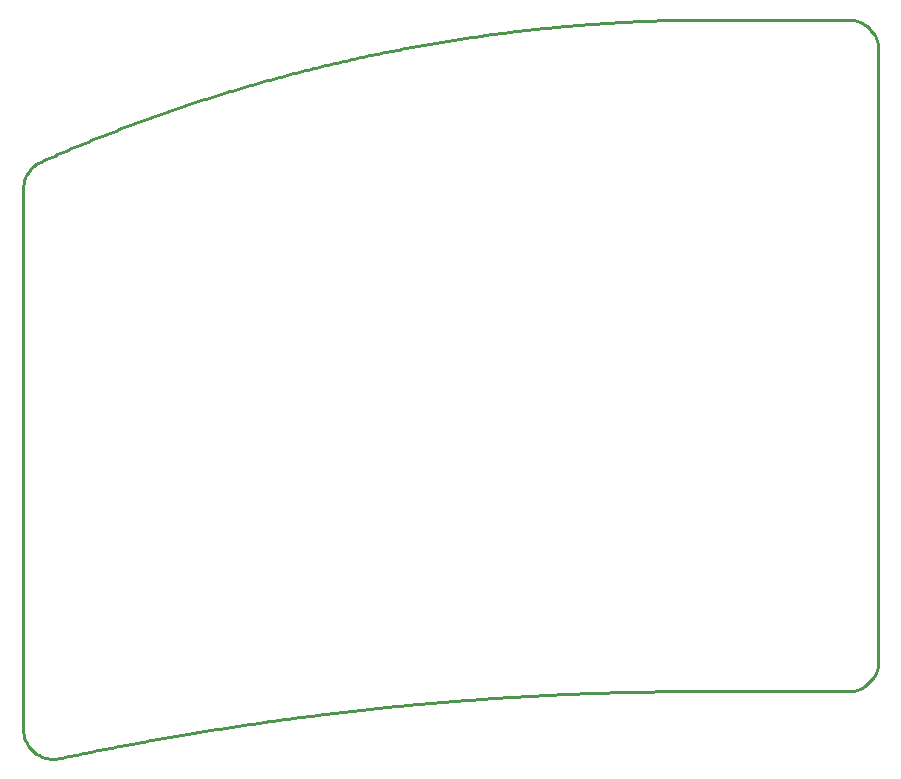
<source format=gko>
G04*
G04 #@! TF.GenerationSoftware,Altium Limited,Altium Designer,22.4.2 (48)*
G04*
G04 Layer_Color=16711935*
%FSLAX25Y25*%
%MOIN*%
G70*
G04*
G04 #@! TF.SameCoordinates,FFA694D2-1829-43A5-BD7A-47FC6BC8C01B*
G04*
G04*
G04 #@! TF.FilePolarity,Positive*
G04*
G01*
G75*
%ADD12C,0.01000*%
D12*
X-137135Y69635D02*
X-137994Y69204D01*
X-138808Y68693D01*
X-139569Y68106D01*
X-140270Y67448D01*
X-140905Y66726D01*
X-141467Y65947D01*
X-141952Y65117D01*
X-142355Y64244D01*
X-142673Y63337D01*
X-142902Y62403D01*
X-143040Y61452D01*
X-143086Y60492D01*
Y-119490D02*
X-143037Y-120476D01*
X-142891Y-121454D01*
X-142650Y-122412D01*
X-142315Y-123341D01*
X-141890Y-124233D01*
X-141379Y-125078D01*
X-140787Y-125870D01*
X-140120Y-126598D01*
X-139384Y-127258D01*
X-138586Y-127841D01*
X-137735Y-128343D01*
X-136839Y-128759D01*
X-135906Y-129084D01*
X-134946Y-129315D01*
X-133967Y-129451D01*
X-132980Y-129489D01*
X-131993Y-129430D01*
X-131018Y-129273D01*
X82990Y-106900D02*
X81993Y-106901D01*
X80994Y-106902D01*
X79997Y-106904D01*
X78999Y-106908D01*
X78001Y-106912D01*
X77003Y-106917D01*
X76005Y-106924D01*
X75007Y-106931D01*
X74009Y-106939D01*
X73011Y-106948D01*
X72013Y-106958D01*
X71015Y-106969D01*
X70017Y-106981D01*
X69020Y-106994D01*
X68022Y-107008D01*
X67024Y-107023D01*
X66026Y-107039D01*
X65028Y-107056D01*
X64031Y-107074D01*
X63033Y-107092D01*
X62035Y-107112D01*
X61037Y-107133D01*
X60040Y-107155D01*
X59042Y-107177D01*
X58044Y-107201D01*
X57047Y-107225D01*
X56049Y-107251D01*
X55051Y-107277D01*
X54054Y-107305D01*
X53056Y-107333D01*
X52059Y-107362D01*
X51061Y-107393D01*
X50064Y-107424D01*
X49066Y-107456D01*
X48069Y-107490D01*
X47072Y-107524D01*
X46074Y-107559D01*
X45077Y-107595D01*
X44080Y-107632D01*
X43083Y-107670D01*
X42085Y-107709D01*
X41088Y-107749D01*
X40091Y-107790D01*
X39094Y-107832D01*
X38097Y-107874D01*
X37100Y-107918D01*
X36103Y-107963D01*
X35106Y-108009D01*
X34109Y-108055D01*
X33113Y-108103D01*
X32116Y-108151D01*
X31119Y-108201D01*
X30123Y-108252D01*
X29126Y-108303D01*
X28129Y-108355D01*
X27133Y-108409D01*
X26136Y-108463D01*
X25140Y-108519D01*
X24144Y-108575D01*
X23147Y-108632D01*
X22151Y-108690D01*
X21155Y-108749D01*
X20159Y-108809D01*
X19163Y-108870D01*
X18167Y-108933D01*
X17171Y-108996D01*
X16175Y-109060D01*
X15179Y-109125D01*
X14183Y-109190D01*
X13187Y-109257D01*
X12192Y-109325D01*
X11196Y-109394D01*
X10201Y-109464D01*
X9205Y-109534D01*
X8210Y-109606D01*
X7215Y-109678D01*
X6219Y-109752D01*
X5224Y-109827D01*
X4229Y-109902D01*
X3234Y-109978D01*
X2239Y-110056D01*
X1244Y-110134D01*
X250Y-110213D01*
X-745Y-110294D01*
X-1740Y-110375D01*
X-2734Y-110457D01*
X-3729Y-110540D01*
X-4723Y-110625D01*
X-5717Y-110710D01*
X-6712Y-110796D01*
X-7706Y-110883D01*
X-8700Y-110970D01*
X-9694Y-111059D01*
X-10688Y-111149D01*
X-11682Y-111240D01*
X-12675Y-111332D01*
X-13669Y-111425D01*
X-14662Y-111518D01*
X-15656Y-111613D01*
X-16649Y-111709D01*
X-17642Y-111805D01*
X-18636Y-111903D01*
X-19629Y-112001D01*
X-20622Y-112101D01*
X-21615Y-112201D01*
X-22607Y-112302D01*
X-23600Y-112405D01*
X-24593Y-112508D01*
X-25585Y-112612D01*
X-26577Y-112717D01*
X-27570Y-112824D01*
X-28562Y-112931D01*
X-29554Y-113039D01*
X-30546Y-113148D01*
X-31538Y-113258D01*
X-32530Y-113369D01*
X-33521Y-113481D01*
X-34513Y-113594D01*
X-35504Y-113707D01*
X-36496Y-113822D01*
X-37487Y-113938D01*
X-38478Y-114055D01*
X-39469Y-114172D01*
X-40460Y-114291D01*
X-41451Y-114410D01*
X-42441Y-114531D01*
X-43432Y-114652D01*
X-44422Y-114775D01*
X-45412Y-114898D01*
X-46402Y-115022D01*
X-47393Y-115148D01*
X-48382Y-115274D01*
X-49372Y-115401D01*
X-50362Y-115529D01*
X-51351Y-115658D01*
X-52341Y-115788D01*
X-53330Y-115919D01*
X-54320Y-116051D01*
X-55309Y-116184D01*
X-56297Y-116318D01*
X-57286Y-116453D01*
X-58275Y-116589D01*
X-59263Y-116725D01*
X-60252Y-116863D01*
X-61240Y-117002D01*
X-62228Y-117141D01*
X-63216Y-117282D01*
X-64204Y-117423D01*
X-65192Y-117566D01*
X-66179Y-117709D01*
X-67167Y-117853D01*
X-68154Y-117999D01*
X-69141Y-118145D01*
X-70128Y-118292D01*
X-71115Y-118440D01*
X-72102Y-118589D01*
X-73089Y-118739D01*
X-74075Y-118890D01*
X-75061Y-119042D01*
X-76047Y-119195D01*
X-77034Y-119349D01*
X-78019Y-119504D01*
X-79005Y-119660D01*
X-79991Y-119817D01*
X-80976Y-119974D01*
X-81961Y-120133D01*
X-82946Y-120292D01*
X-83931Y-120453D01*
X-84916Y-120614D01*
X-85901Y-120777D01*
X-86885Y-120940D01*
X-87870Y-121104D01*
X-88854Y-121270D01*
X-89838Y-121436D01*
X-90822Y-121603D01*
X-91805Y-121771D01*
X-92789Y-121940D01*
X-93772Y-122110D01*
X-94755Y-122281D01*
X-95738Y-122453D01*
X-96721Y-122626D01*
X-97704Y-122800D01*
X-98686Y-122975D01*
X-99669Y-123150D01*
X-100651Y-123327D01*
X-101633Y-123504D01*
X-102615Y-123683D01*
X-103596Y-123862D01*
X-104578Y-124043D01*
X-105559Y-124224D01*
X-106541Y-124407D01*
X-107521Y-124590D01*
X-108502Y-124774D01*
X-109483Y-124959D01*
X-110463Y-125145D01*
X-111443Y-125332D01*
X-112424Y-125520D01*
X-113403Y-125709D01*
X-114383Y-125899D01*
X-115363Y-126090D01*
X-116342Y-126282D01*
X-117321Y-126474D01*
X-118300Y-126668D01*
X-119279Y-126863D01*
X-120258Y-127058D01*
X-121236Y-127255D01*
X-122214Y-127452D01*
X-123192Y-127651D01*
X-124170Y-127850D01*
X-125148Y-128050D01*
X-126125Y-128251D01*
X-127102Y-128454D01*
X-128079Y-128657D01*
X-129056Y-128861D01*
X-130033Y-129066D01*
X-131009Y-129272D01*
X131958Y-106900D02*
X132938Y-106852D01*
X133909Y-106708D01*
X134861Y-106469D01*
X135785Y-106139D01*
X136672Y-105719D01*
X137514Y-105215D01*
X138302Y-104630D01*
X139029Y-103971D01*
X139688Y-103244D01*
X140273Y-102456D01*
X140778Y-101614D01*
X141197Y-100727D01*
X141528Y-99803D01*
X141766Y-98851D01*
X141910Y-97880D01*
X141958Y-96900D01*
Y106958D02*
X141910Y107938D01*
X141766Y108909D01*
X141528Y109861D01*
X141197Y110785D01*
X140778Y111672D01*
X140273Y112514D01*
X139688Y113302D01*
X139029Y114029D01*
X138302Y114688D01*
X137514Y115273D01*
X136672Y115778D01*
X135785Y116197D01*
X134861Y116528D01*
X133909Y116766D01*
X132938Y116910D01*
X131958Y116958D01*
X86643D02*
X85642Y116957D01*
X84640Y116955D01*
X83638Y116950D01*
X82637Y116944D01*
X81635Y116936D01*
X80633Y116926D01*
X79632Y116914D01*
X78630Y116900D01*
X77629Y116885D01*
X76627Y116867D01*
X75626Y116849D01*
X74624Y116828D01*
X73623Y116805D01*
X72621Y116780D01*
X71620Y116754D01*
X70619Y116726D01*
X69617Y116696D01*
X68616Y116664D01*
X67615Y116631D01*
X66614Y116595D01*
X65613Y116558D01*
X64612Y116519D01*
X63611Y116478D01*
X62611Y116436D01*
X61610Y116391D01*
X60609Y116345D01*
X59609Y116297D01*
X58608Y116247D01*
X57608Y116195D01*
X56608Y116142D01*
X55608Y116086D01*
X54608Y116029D01*
X53608Y115970D01*
X52608Y115909D01*
X51608Y115847D01*
X50608Y115782D01*
X49609Y115716D01*
X48610Y115648D01*
X47610Y115578D01*
X46611Y115507D01*
X45612Y115433D01*
X44614Y115358D01*
X43615Y115281D01*
X42616Y115202D01*
X41618Y115121D01*
X40620Y115039D01*
X39621Y114955D01*
X38623Y114868D01*
X37626Y114781D01*
X36628Y114691D01*
X35631Y114599D01*
X34633Y114506D01*
X33636Y114411D01*
X32639Y114314D01*
X31642Y114215D01*
X30646Y114114D01*
X29649Y114012D01*
X28653Y113908D01*
X27657Y113802D01*
X26661Y113694D01*
X25665Y113584D01*
X24670Y113473D01*
X23675Y113360D01*
X22680Y113245D01*
X21685Y113128D01*
X20690Y113010D01*
X19696Y112889D01*
X18702Y112767D01*
X17708Y112643D01*
X16714Y112517D01*
X15720Y112389D01*
X14727Y112260D01*
X13734Y112129D01*
X12741Y111996D01*
X11749Y111861D01*
X10756Y111724D01*
X9764Y111586D01*
X8772Y111446D01*
X7781Y111304D01*
X6790Y111160D01*
X5799Y111014D01*
X4808Y110867D01*
X3817Y110718D01*
X2827Y110567D01*
X1837Y110414D01*
X847Y110259D01*
X-142Y110103D01*
X-1131Y109945D01*
X-2120Y109785D01*
X-3108Y109623D01*
X-4097Y109459D01*
X-5085Y109294D01*
X-6072Y109127D01*
X-7060Y108958D01*
X-8047Y108787D01*
X-9033Y108615D01*
X-10020Y108441D01*
X-11006Y108265D01*
X-11992Y108087D01*
X-12977Y107907D01*
X-13962Y107726D01*
X-14947Y107543D01*
X-15931Y107358D01*
X-16915Y107171D01*
X-17899Y106982D01*
X-18883Y106792D01*
X-19866Y106600D01*
X-20848Y106406D01*
X-21831Y106210D01*
X-22813Y106013D01*
X-23795Y105814D01*
X-24776Y105612D01*
X-25757Y105410D01*
X-26737Y105205D01*
X-27718Y104999D01*
X-28697Y104791D01*
X-29677Y104581D01*
X-30656Y104369D01*
X-31635Y104156D01*
X-32613Y103940D01*
X-33591Y103723D01*
X-34568Y103505D01*
X-35545Y103284D01*
X-36522Y103062D01*
X-37498Y102838D01*
X-38474Y102612D01*
X-39450Y102384D01*
X-40425Y102155D01*
X-41399Y101924D01*
X-42373Y101691D01*
X-43347Y101456D01*
X-44321Y101220D01*
X-45294Y100981D01*
X-46266Y100741D01*
X-47238Y100500D01*
X-48210Y100256D01*
X-49181Y100011D01*
X-50152Y99764D01*
X-51122Y99515D01*
X-52092Y99265D01*
X-53061Y99012D01*
X-54030Y98758D01*
X-54999Y98502D01*
X-55967Y98245D01*
X-56934Y97986D01*
X-57901Y97725D01*
X-58868Y97462D01*
X-59834Y97197D01*
X-60799Y96931D01*
X-61765Y96663D01*
X-62729Y96393D01*
X-63693Y96122D01*
X-64657Y95848D01*
X-65620Y95573D01*
X-66583Y95296D01*
X-67545Y95018D01*
X-68507Y94737D01*
X-69468Y94455D01*
X-70429Y94172D01*
X-71389Y93886D01*
X-72348Y93599D01*
X-73308Y93310D01*
X-74266Y93019D01*
X-75224Y92727D01*
X-76182Y92433D01*
X-77139Y92137D01*
X-78095Y91839D01*
X-79051Y91540D01*
X-80006Y91238D01*
X-80961Y90936D01*
X-81915Y90631D01*
X-82869Y90325D01*
X-83822Y90017D01*
X-84775Y89707D01*
X-85727Y89395D01*
X-86678Y89082D01*
X-87629Y88767D01*
X-88579Y88451D01*
X-89529Y88132D01*
X-90478Y87812D01*
X-91427Y87490D01*
X-92375Y87167D01*
X-93322Y86841D01*
X-94269Y86514D01*
X-95215Y86186D01*
X-96161Y85855D01*
X-97106Y85523D01*
X-98050Y85189D01*
X-98994Y84854D01*
X-99937Y84517D01*
X-100880Y84178D01*
X-101822Y83837D01*
X-102763Y83495D01*
X-103704Y83151D01*
X-104644Y82805D01*
X-105583Y82457D01*
X-106522Y82108D01*
X-107460Y81757D01*
X-108398Y81405D01*
X-109335Y81050D01*
X-110271Y80694D01*
X-111207Y80336D01*
X-112142Y79977D01*
X-113076Y79616D01*
X-114010Y79253D01*
X-114943Y78889D01*
X-115875Y78523D01*
X-116807Y78155D01*
X-117738Y77785D01*
X-118668Y77414D01*
X-119598Y77041D01*
X-120527Y76667D01*
X-121455Y76290D01*
X-122383Y75912D01*
X-123310Y75533D01*
X-124236Y75151D01*
X-125162Y74769D01*
X-126086Y74384D01*
X-127011Y73997D01*
X-127934Y73610D01*
X-128857Y73220D01*
X-129779Y72829D01*
X-130700Y72435D01*
X-131621Y72041D01*
X-132541Y71644D01*
X-133460Y71246D01*
X-134379Y70847D01*
X-135296Y70445D01*
X-136213Y70042D01*
X-137130Y69638D01*
X141958Y-96900D02*
Y106958D01*
X-143086Y-119490D02*
Y60492D01*
X82990Y-106900D02*
X131958D01*
X86643Y116958D02*
X131958D01*
M02*

</source>
